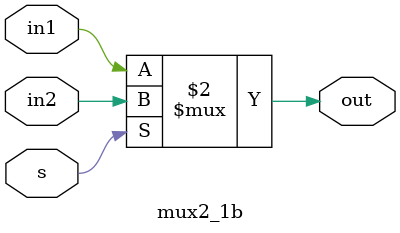
<source format=v>
module mux2_1b(in1, in2, s, out);

    input in1, in2;
    input s;

    output wire out;

    assign out = (s == 0) ? in1 : in2;

endmodule
</source>
